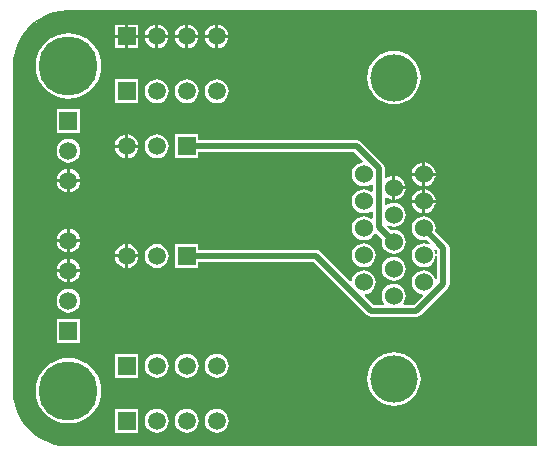
<source format=gbl>
%FSDAX24Y24*%
%MOIN*%
%SFA1B1*%

%IPPOS*%
%ADD14C,0.020000*%
%ADD15C,0.157500*%
%ADD16C,0.060000*%
%ADD17R,0.059100X0.059100*%
%ADD18C,0.059100*%
%ADD19R,0.059100X0.059100*%
%ADD20C,0.196900*%
%ADD21C,0.010000*%
%ADD23C,0.005000*%
%ADD34C,0.040000*%
%ADD35C,0.080000*%
%LNdistro_layout_top_buck-1*%
%LPD*%
G54D23*
X-000001Y012649D02*
X015570D01*
Y-001822*
X-000001*
X-000007Y-001822*
X-000237Y-001808*
X-000472Y-001761*
X-000698Y-001684*
X-000911Y-001579*
X-001110Y-001447*
X-001289Y-001289*
X-001447Y-001110*
X-001579Y-000911*
X-001684Y-000698*
X-001761Y-000472*
X-001808Y-000237*
X-001822Y-000007*
X-001822Y-000001*
Y010828*
X-001822Y010834*
X-001808Y011064*
X-001761Y011298*
X-001684Y011524*
X-001579Y011738*
X-001447Y011936*
X-001289Y012116*
X-001110Y012274*
X-000911Y012406*
X-000698Y012511*
X-000472Y012588*
X-000237Y012635*
X-000007Y012649*
X-000001Y012649*
G54D21*
X-000005Y012599D02*
X015520D01*
Y-001772*
X-000005*
X-000009Y-001772*
X-000231Y-001758*
X-000459Y-001713*
X-000679Y-001638*
X-000886Y-001535*
X-001080Y-001407*
X-001253Y-001253*
X-001407Y-001080*
X-001535Y-000886*
X-001638Y-000679*
X-001713Y-000459*
X-001758Y-000231*
X-001772Y-000009*
X-001772Y-000005*
Y010832*
X-001772Y010836*
X-001758Y011058*
X-001713Y011285*
X-001638Y011505*
X-001535Y011713*
X-001407Y011906*
X-001253Y012080*
X-001080Y012234*
X-000886Y012362*
X-000679Y012465*
X-000459Y012540*
X-000231Y012585*
X-000009Y012599*
X-000005Y012599*
G54D14*
X-000012Y012499D02*
X015420D01*
Y-001672*
X-000012*
X-000013Y-001672*
X-000218Y-001659*
X-000433Y-001616*
X-000640Y-001546*
X-000836Y-001449*
X-001019Y-001327*
X-001183Y-001183*
X-001327Y-001019*
X-001449Y-000836*
X-001546Y-000640*
X-001616Y-000433*
X-001659Y-000218*
X-001672Y-000013*
X-001672Y-000012*
Y010839*
X-001672Y010840*
X-001659Y011045*
X-001616Y011259*
X-001545Y011466*
X-001449Y011663*
X-001327Y011845*
X-001182Y012010*
X-001019Y012154*
X-000836Y012276*
X-000640Y012373*
X-000433Y012443*
X-000218Y012486*
X-000013Y012499*
X-000012Y012499*
G54D34*
X-000025Y012299D02*
X015220D01*
Y-001472*
X-000025*
X-000020Y-001471*
X-000192Y-001460*
X-000381Y-001422*
X-000563Y-001360*
X-000736Y-001275*
X-000897Y-001168*
X-001041Y-001041*
X-001168Y-000897*
X-001275Y-000736*
X-001360Y-000563*
X-001422Y-000381*
X-001460Y-000192*
X-001471Y-000020*
X-001472Y-000025*
Y010852*
X-001471Y010847*
X-001460Y011019*
X-001423Y011207*
X-001360Y011390*
X-001275Y011563*
X-001168Y011723*
X-001040Y011868*
X-000897Y011995*
X-000736Y012102*
X-000563Y012187*
X-000381Y012249*
X-000192Y012287*
X-000020Y012298*
X-000025Y012299*
G54D35*
X005860Y011899D02*
X014820D01*
Y-001071*
X005860*
X003988Y-001327*
X-000140Y-001062*
X-000278Y-001035*
X-000409Y-000990*
X-000536Y-000928*
X-000652Y-000850*
X-000757Y-000757*
X-000850Y-000652*
X-000928Y-000536*
X-000990Y-000409*
X-001035Y-000278*
X-001062Y-000140*
X-001327Y003988*
X-001072Y005860*
Y004966*
X-001327Y006837*
X-001062Y010967*
X-001035Y011103*
X-000990Y011236*
X-000928Y011363*
X-000850Y011479*
X-000757Y011585*
X-000652Y011677*
X-000536Y011755*
X-000409Y011817*
X-000278Y011862*
X-000140Y011889*
X003988Y012154*
X005860Y011899*
X-000520Y-000920D02*
X014820D01*
X-000920Y-000120D02*
X014820D01*
X-000920Y000680D02*
X014820D01*
X-001120Y001480D02*
X014820D01*
X-001120Y002280D02*
X014820D01*
X-001120Y003080D02*
X014820D01*
X-001120Y003880D02*
X014820D01*
X-001120Y004680D02*
X014820D01*
X-001120Y005480D02*
X014820D01*
X-001120Y006280D02*
X014820D01*
X-001120Y007080D02*
X014820D01*
X-001120Y007880D02*
X014820D01*
X-001120Y008680D02*
X014820D01*
X-001120Y009480D02*
X014820D01*
X-000920Y010280D02*
X014820D01*
X-000920Y011080D02*
X014820D01*
X-000120Y011880D02*
X014820D01*
%LNdistro_layout_top_buck-2*%
%LPC*%
G36*
X-000050Y004950D02*
X-000392D01*
X-000385Y004897*
X-000345Y004801*
X-000282Y004718*
X-000199Y004655*
X-000103Y004615*
X-000050Y004608*
Y004950*
G37*
G36*
X001987Y004883D02*
Y004540D01*
X002329*
X002322Y004594*
X002282Y004690*
X002219Y004772*
X002136Y004836*
X002040Y004876*
X001987Y004883*
G37*
G36*
X011843Y005817D02*
X011738Y005803D01*
X011641Y005763*
X011557Y005699*
X011493Y005615*
X011453Y005518*
X011439Y005413*
X011453Y005309*
X011493Y005212*
X011557Y005128*
X011641Y005064*
X011738Y005024*
X011843Y005010*
X011944Y005023*
X012055Y004912*
X012027Y004870*
X011947Y004903*
X011843Y004917*
X011738Y004903*
X011641Y004863*
X011557Y004799*
X011493Y004715*
X011453Y004618*
X011439Y004513*
X011453Y004409*
X011493Y004312*
X011557Y004228*
X011641Y004164*
X011738Y004124*
X011843Y004110*
X011947Y004124*
X012044Y004164*
X012128Y004228*
X012192Y004312*
X012232Y004409*
X012246Y004513*
X012232Y004618*
X012199Y004698*
X012242Y004726*
X012296Y004671*
Y003696*
X012286Y003689*
X012233Y003712*
X012232Y003718*
X012192Y003815*
X012128Y003899*
X012044Y003963*
X011947Y004003*
X011843Y004017*
X011738Y004003*
X011641Y003963*
X011557Y003899*
X011493Y003815*
X011453Y003718*
X011439Y003613*
X011453Y003509*
X011493Y003412*
X011557Y003328*
X011641Y003264*
X011738Y003224*
X011794Y003216*
X011811Y003164*
X011515Y002867*
X011183*
X011158Y002917*
X011192Y002962*
X011232Y003059*
X011246Y003163*
X011232Y003268*
X011192Y003365*
X011128Y003449*
X011044Y003513*
X010947Y003553*
X010843Y003567*
X010738Y003553*
X010641Y003513*
X010557Y003449*
X010493Y003365*
X010453Y003268*
X010439Y003163*
X010453Y003059*
X010493Y002962*
X010527Y002917*
X010503Y002867*
X010170*
X009874Y003164*
X009892Y003216*
X009947Y003224*
X010044Y003264*
X010128Y003328*
X010192Y003412*
X010232Y003509*
X010246Y003613*
X010232Y003718*
X010192Y003815*
X010128Y003899*
X010044Y003963*
X009947Y004003*
X009843Y004017*
X009738Y004003*
X009641Y003963*
X009557Y003899*
X009493Y003815*
X009453Y003718*
X009446Y003662*
X009393Y003644*
X008403Y004635*
X008336Y004679*
X008258Y004694*
X004332*
Y004886*
X003542*
Y004095*
X004332*
Y004287*
X008174*
X009941Y002519*
X010007Y002475*
X010085Y002459*
X011600*
X011678Y002475*
X011744Y002519*
X012644Y003420*
X012688Y003486*
X012704Y003564*
Y004756*
X012688Y004834*
X012644Y004900*
X012233Y005312*
X012246Y005413*
X012232Y005518*
X012192Y005615*
X012128Y005699*
X012044Y005763*
X011947Y005803*
X011843Y005817*
G37*
G36*
X000392Y004950D02*
X000050D01*
Y004608*
X000103Y004615*
X000199Y004655*
X000282Y004718*
X000345Y004801*
X000385Y004897*
X000392Y004950*
G37*
G36*
X002329Y004440D02*
X001987D01*
Y004098*
X002040Y004105*
X002136Y004145*
X002219Y004209*
X002282Y004291*
X002322Y004387*
X002329Y004440*
G37*
G36*
X001887D02*
X001545D01*
X001552Y004387*
X001592Y004291*
X001655Y004209*
X001738Y004145*
X001834Y004105*
X001887Y004098*
Y004440*
G37*
G36*
Y004883D02*
X001834Y004876D01*
X001738Y004836*
X001655Y004772*
X001592Y004690*
X001552Y004594*
X001545Y004540*
X001887*
Y004883*
G37*
G36*
X009843Y004917D02*
X009738Y004903D01*
X009641Y004863*
X009557Y004799*
X009493Y004715*
X009453Y004618*
X009439Y004513*
X009453Y004409*
X009493Y004312*
X009557Y004228*
X009641Y004164*
X009738Y004124*
X009843Y004110*
X009947Y004124*
X010044Y004164*
X010128Y004228*
X010192Y004312*
X010232Y004409*
X010246Y004513*
X010232Y004618*
X010192Y004715*
X010128Y004799*
X010044Y004863*
X009947Y004903*
X009843Y004917*
G37*
G36*
X-000050Y005392D02*
X-000103Y005385D01*
X-000199Y005345*
X-000282Y005282*
X-000345Y005199*
X-000385Y005103*
X-000392Y005050*
X-000050*
Y005392*
G37*
G36*
X011239Y006713D02*
X010893D01*
Y006367*
X010947Y006374*
X011044Y006414*
X011128Y006478*
X011192Y006562*
X011232Y006659*
X011239Y006713*
G37*
G36*
X011893Y006710D02*
Y006363D01*
X012239*
X012232Y006418*
X012192Y006515*
X012128Y006599*
X012044Y006663*
X011947Y006703*
X011893Y006710*
G37*
G36*
X000392Y006950D02*
X000050D01*
Y006608*
X000103Y006615*
X000199Y006655*
X000282Y006718*
X000345Y006801*
X000385Y006897*
X000392Y006950*
G37*
G36*
X-000050D02*
X-000392D01*
X-000385Y006897*
X-000345Y006801*
X-000282Y006718*
X-000199Y006655*
X-000103Y006615*
X-000050Y006608*
Y006950*
G37*
G36*
X011793Y006263D02*
X011446D01*
X011453Y006209*
X011493Y006112*
X011557Y006028*
X011641Y005964*
X011738Y005924*
X011793Y005917*
Y006263*
G37*
G36*
X000050Y005392D02*
Y005050D01*
X000392*
X000385Y005103*
X000345Y005199*
X000282Y005282*
X000199Y005345*
X000103Y005385*
X000050Y005392*
G37*
G36*
X011793Y006710D02*
X011738Y006703D01*
X011641Y006663*
X011557Y006599*
X011493Y006515*
X011453Y006418*
X011446Y006363*
X011793*
Y006710*
G37*
G36*
X012239Y006263D02*
X011893D01*
Y005917*
X011947Y005924*
X012044Y005964*
X012128Y006028*
X012192Y006112*
X012232Y006209*
X012239Y006263*
G37*
G36*
X002937Y004889D02*
X002834Y004876D01*
X002738Y004836*
X002655Y004772*
X002592Y004690*
X002552Y004594*
X002538Y004490*
X002552Y004387*
X002592Y004291*
X002655Y004209*
X002738Y004145*
X002834Y004105*
X002937Y004092*
X003040Y004105*
X003136Y004145*
X003219Y004209*
X003282Y004291*
X003322Y004387*
X003336Y004490*
X003322Y004594*
X003282Y004690*
X003219Y004772*
X003136Y004836*
X003040Y004876*
X002937Y004889*
G37*
G36*
X010843Y001283D02*
X010669Y001266D01*
X010501Y001216*
X010347Y001133*
X010212Y001022*
X010101Y000887*
X010019Y000733*
X009968Y000566*
X009951Y000392*
X009968Y000218*
X010019Y000050*
X010101Y-000104*
X010212Y-000239*
X010347Y-000350*
X010501Y-000432*
X010669Y-000483*
X010843Y-000500*
X011016Y-000483*
X011184Y-000432*
X011338Y-000350*
X011473Y-000239*
X011584Y-000104*
X011666Y000050*
X011717Y000218*
X011734Y000392*
X011717Y000566*
X011666Y000733*
X011584Y000887*
X011473Y001022*
X011338Y001133*
X011184Y001216*
X011016Y001266*
X010843Y001283*
G37*
G36*
X000000Y001088D02*
X-000170Y001074D01*
X-000336Y001034*
X-000494Y000969*
X-000639Y000880*
X-000769Y000769*
X-000880Y000639*
X-000969Y000494*
X-001034Y000336*
X-001074Y000170*
X-001088Y000000*
X-001074Y-000170*
X-001034Y-000336*
X-000969Y-000494*
X-000880Y-000639*
X-000769Y-000769*
X-000639Y-000880*
X-000494Y-000969*
X-000336Y-001034*
X-000170Y-001074*
X000000Y-001088*
X000170Y-001074*
X000336Y-001034*
X000494Y-000969*
X000639Y-000880*
X000769Y-000769*
X000880Y-000639*
X000969Y-000494*
X001034Y-000336*
X001074Y-000170*
X001088Y000000*
X001074Y000170*
X001034Y000336*
X000969Y000494*
X000880Y000639*
X000769Y000769*
X000639Y000880*
X000494Y000969*
X000336Y001034*
X000170Y001074*
X000000Y001088*
G37*
G36*
X003937Y001229D02*
X003834Y001215D01*
X003738Y001175*
X003655Y001112*
X003592Y001029*
X003552Y000933*
X003538Y000830*
X003552Y000727*
X003592Y000631*
X003655Y000548*
X003738Y000485*
X003834Y000445*
X003937Y000431*
X004040Y000445*
X004136Y000485*
X004219Y000548*
X004282Y000631*
X004322Y000727*
X004336Y000830*
X004322Y000933*
X004282Y001029*
X004219Y001112*
X004136Y001175*
X004040Y001215*
X003937Y001229*
G37*
G36*
X002937D02*
X002834Y001215D01*
X002738Y001175*
X002655Y001112*
X002592Y001029*
X002552Y000933*
X002538Y000830*
X002552Y000727*
X002592Y000631*
X002655Y000548*
X002738Y000485*
X002834Y000445*
X002937Y000431*
X003040Y000445*
X003136Y000485*
X003219Y000548*
X003282Y000631*
X003322Y000727*
X003336Y000830*
X003322Y000933*
X003282Y001029*
X003219Y001112*
X003136Y001175*
X003040Y001215*
X002937Y001229*
G37*
G36*
X003937Y-000601D02*
X003834Y-000615D01*
X003738Y-000655*
X003655Y-000718*
X003592Y-000801*
X003552Y-000897*
X003538Y-001000*
X003552Y-001103*
X003592Y-001199*
X003655Y-001282*
X003738Y-001345*
X003834Y-001385*
X003937Y-001399*
X004040Y-001385*
X004136Y-001345*
X004219Y-001282*
X004282Y-001199*
X004322Y-001103*
X004336Y-001000*
X004322Y-000897*
X004282Y-000801*
X004219Y-000718*
X004136Y-000655*
X004040Y-000615*
X003937Y-000601*
G37*
G36*
X002937D02*
X002834Y-000615D01*
X002738Y-000655*
X002655Y-000718*
X002592Y-000801*
X002552Y-000897*
X002538Y-001000*
X002552Y-001103*
X002592Y-001199*
X002655Y-001282*
X002738Y-001345*
X002834Y-001385*
X002937Y-001399*
X003040Y-001385*
X003136Y-001345*
X003219Y-001282*
X003282Y-001199*
X003322Y-001103*
X003336Y-001000*
X003322Y-000897*
X003282Y-000801*
X003219Y-000718*
X003136Y-000655*
X003040Y-000615*
X002937Y-000601*
G37*
G36*
X002332Y-000605D02*
X001542D01*
Y-001395*
X002332*
Y-000605*
G37*
G36*
X004937Y-000601D02*
X004834Y-000615D01*
X004738Y-000655*
X004655Y-000718*
X004592Y-000801*
X004552Y-000897*
X004538Y-001000*
X004552Y-001103*
X004592Y-001199*
X004655Y-001282*
X004738Y-001345*
X004834Y-001385*
X004937Y-001399*
X005040Y-001385*
X005136Y-001345*
X005219Y-001282*
X005282Y-001199*
X005322Y-001103*
X005336Y-001000*
X005322Y-000897*
X005282Y-000801*
X005219Y-000718*
X005136Y-000655*
X005040Y-000615*
X004937Y-000601*
G37*
G36*
Y001229D02*
X004834Y001215D01*
X004738Y001175*
X004655Y001112*
X004592Y001029*
X004552Y000933*
X004538Y000830*
X004552Y000727*
X004592Y000631*
X004655Y000548*
X004738Y000485*
X004834Y000445*
X004937Y000431*
X005040Y000445*
X005136Y000485*
X005219Y000548*
X005282Y000631*
X005322Y000727*
X005336Y000830*
X005322Y000933*
X005282Y001029*
X005219Y001112*
X005136Y001175*
X005040Y001215*
X004937Y001229*
G37*
G36*
X010843Y004467D02*
X010738Y004453D01*
X010641Y004413*
X010557Y004349*
X010493Y004265*
X010453Y004168*
X010439Y004063*
X010453Y003959*
X010493Y003862*
X010557Y003778*
X010641Y003714*
X010738Y003674*
X010843Y003660*
X010947Y003674*
X011044Y003714*
X011128Y003778*
X011192Y003862*
X011232Y003959*
X011246Y004063*
X011232Y004168*
X011192Y004265*
X011128Y004349*
X011044Y004413*
X010947Y004453*
X010843Y004467*
G37*
G36*
X000392Y003950D02*
X000050D01*
Y003608*
X000103Y003615*
X000199Y003655*
X000282Y003718*
X000345Y003801*
X000385Y003897*
X000392Y003950*
G37*
G36*
X000050Y004392D02*
Y004050D01*
X000392*
X000385Y004103*
X000345Y004199*
X000282Y004282*
X000199Y004345*
X000103Y004385*
X000050Y004392*
G37*
G36*
X-000050D02*
X-000103Y004385D01*
X-000199Y004345*
X-000282Y004282*
X-000345Y004199*
X-000385Y004103*
X-000392Y004050*
X-000050*
Y004392*
G37*
G36*
X000395Y002395D02*
X-000395D01*
Y001605*
X000395*
Y002395*
G37*
G36*
X002332Y001225D02*
X001542D01*
Y000435*
X002332*
Y001225*
G37*
G36*
X-000050Y003950D02*
X-000392D01*
X-000385Y003897*
X-000345Y003801*
X-000282Y003718*
X-000199Y003655*
X-000103Y003615*
X-000050Y003608*
Y003950*
G37*
G36*
X000000Y003399D02*
X-000103Y003385D01*
X-000199Y003345*
X-000282Y003282*
X-000345Y003199*
X-000385Y003103*
X-000399Y003000*
X-000385Y002897*
X-000345Y002801*
X-000282Y002718*
X-000199Y002655*
X-000103Y002615*
X000000Y002601*
X000103Y002615*
X000199Y002655*
X000282Y002718*
X000345Y002801*
X000385Y002897*
X000399Y003000*
X000385Y003103*
X000345Y003199*
X000282Y003282*
X000199Y003345*
X000103Y003385*
X000000Y003399*
G37*
G36*
X004332Y008546D02*
X003542D01*
Y007755*
X004332*
Y007947*
X009528*
X009811Y007663*
X009794Y007610*
X009738Y007603*
X009641Y007563*
X009557Y007499*
X009493Y007415*
X009453Y007318*
X009439Y007213*
X009453Y007109*
X009493Y007012*
X009557Y006928*
X009641Y006864*
X009738Y006824*
X009843Y006810*
X009947Y006824*
X010044Y006864*
X010089Y006898*
X010139Y006873*
Y006653*
X010089Y006629*
X010044Y006663*
X009947Y006703*
X009843Y006717*
X009738Y006703*
X009641Y006663*
X009557Y006599*
X009493Y006515*
X009453Y006418*
X009439Y006313*
X009453Y006209*
X009493Y006112*
X009557Y006028*
X009641Y005964*
X009738Y005924*
X009843Y005910*
X009947Y005924*
X010044Y005964*
X010089Y005998*
X010139Y005973*
Y005753*
X010089Y005729*
X010044Y005763*
X009947Y005803*
X009843Y005817*
X009738Y005803*
X009641Y005763*
X009557Y005699*
X009493Y005615*
X009453Y005518*
X009439Y005413*
X009453Y005309*
X009493Y005212*
X009557Y005128*
X009641Y005064*
X009738Y005024*
X009843Y005010*
X009947Y005024*
X010044Y005064*
X010128Y005128*
X010192Y005212*
X010208Y005251*
X010257Y005260*
X010452Y005065*
X010439Y004963*
X010453Y004859*
X010493Y004762*
X010557Y004678*
X010641Y004614*
X010738Y004574*
X010843Y004560*
X010947Y004574*
X011044Y004614*
X011128Y004678*
X011192Y004762*
X011232Y004859*
X011246Y004963*
X011232Y005068*
X011192Y005165*
X011128Y005249*
X011044Y005313*
X010947Y005353*
X010843Y005367*
X010741Y005353*
X010630Y005464*
X010658Y005507*
X010738Y005474*
X010843Y005460*
X010947Y005474*
X011044Y005514*
X011128Y005578*
X011192Y005662*
X011232Y005759*
X011246Y005863*
X011232Y005968*
X011192Y006065*
X011128Y006149*
X011044Y006213*
X010947Y006253*
X010843Y006267*
X010738Y006253*
X010641Y006213*
X010596Y006179*
X010546Y006203*
Y006423*
X010596Y006448*
X010641Y006414*
X010738Y006374*
X010793Y006367*
Y006763*
Y007160*
X010738Y007153*
X010641Y007113*
X010596Y007079*
X010546Y007103*
Y007420*
X010531Y007499*
X010487Y007565*
X009756Y008295*
X009690Y008339*
X009612Y008355*
X004332*
Y008546*
G37*
G36*
X003887Y011761D02*
X003545D01*
X003552Y011708*
X003592Y011612*
X003655Y011529*
X003738Y011466*
X003834Y011426*
X003887Y011419*
Y011761*
G37*
G36*
X003329D02*
X002987D01*
Y011419*
X003040Y011426*
X003136Y011466*
X003219Y011529*
X003282Y011612*
X003322Y011708*
X003329Y011761*
G37*
G36*
X004887D02*
X004545D01*
X004552Y011708*
X004592Y011612*
X004655Y011529*
X004738Y011466*
X004834Y011426*
X004887Y011419*
Y011761*
G37*
G36*
X004329D02*
X003987D01*
Y011419*
X004040Y011426*
X004136Y011466*
X004219Y011529*
X004282Y011612*
X004322Y011708*
X004329Y011761*
G37*
G36*
X002887D02*
X002545D01*
X002552Y011708*
X002592Y011612*
X002655Y011529*
X002738Y011466*
X002834Y011426*
X002887Y011419*
Y011761*
G37*
G36*
X000000Y011914D02*
X-000170Y011901D01*
X-000336Y011861*
X-000494Y011796*
X-000639Y011707*
X-000769Y011596*
X-000880Y011466*
X-000969Y011321*
X-001034Y011163*
X-001074Y010997*
X-001088Y010827*
X-001074Y010657*
X-001034Y010491*
X-000969Y010333*
X-000880Y010187*
X-000769Y010058*
X-000639Y009947*
X-000494Y009858*
X-000336Y009792*
X-000170Y009753*
X000000Y009739*
X000170Y009753*
X000336Y009792*
X000494Y009858*
X000639Y009947*
X000769Y010058*
X000880Y010187*
X000969Y010333*
X001034Y010491*
X001074Y010657*
X001088Y010827*
X001074Y010997*
X001034Y011163*
X000969Y011321*
X000880Y011466*
X000769Y011596*
X000639Y011707*
X000494Y011796*
X000336Y011861*
X000170Y011901*
X000000Y011914*
G37*
G36*
X002332Y010376D02*
X001542D01*
Y009586*
X002332*
Y010376*
G37*
G36*
Y011761D02*
X001987D01*
Y011416*
X002332*
Y011761*
G37*
G36*
X001887D02*
X001542D01*
Y011416*
X001887*
Y011761*
G37*
G36*
X003987Y012203D02*
Y011861D01*
X004329*
X004322Y011914*
X004282Y012010*
X004219Y012093*
X004136Y012156*
X004040Y012196*
X003987Y012203*
G37*
G36*
X003887D02*
X003834Y012196D01*
X003738Y012156*
X003655Y012093*
X003592Y012010*
X003552Y011914*
X003545Y011861*
X003887*
Y012203*
G37*
G36*
X004987D02*
Y011861D01*
X005329*
X005322Y011914*
X005282Y012010*
X005219Y012093*
X005136Y012156*
X005040Y012196*
X004987Y012203*
G37*
G36*
X004887D02*
X004834Y012196D01*
X004738Y012156*
X004655Y012093*
X004592Y012010*
X004552Y011914*
X004545Y011861*
X004887*
Y012203*
G37*
G36*
X002987D02*
Y011861D01*
X003329*
X003322Y011914*
X003282Y012010*
X003219Y012093*
X003136Y012156*
X003040Y012196*
X002987Y012203*
G37*
G36*
X001887Y012206D02*
X001542D01*
Y011861*
X001887*
Y012206*
G37*
G36*
X005329Y011761D02*
X004987D01*
Y011419*
X005040Y011426*
X005136Y011466*
X005219Y011529*
X005282Y011612*
X005322Y011708*
X005329Y011761*
G37*
G36*
X002887Y012203D02*
X002834Y012196D01*
X002738Y012156*
X002655Y012093*
X002592Y012010*
X002552Y011914*
X002545Y011861*
X002887*
Y012203*
G37*
G36*
X002332Y012206D02*
X001987D01*
Y011861*
X002332*
Y012206*
G37*
G36*
X011893Y007610D02*
Y007263D01*
X012239*
X012232Y007318*
X012192Y007415*
X012128Y007499*
X012044Y007563*
X011947Y007603*
X011893Y007610*
G37*
G36*
X011793D02*
X011738Y007603D01*
X011641Y007563*
X011557Y007499*
X011493Y007415*
X011453Y007318*
X011446Y007263*
X011793*
Y007610*
G37*
G36*
X002937Y008549D02*
X002834Y008536D01*
X002738Y008496*
X002655Y008433*
X002592Y008350*
X002552Y008254*
X002538Y008151*
X002552Y008048*
X002592Y007951*
X002655Y007869*
X002738Y007805*
X002834Y007766*
X002937Y007752*
X003040Y007766*
X003136Y007805*
X003219Y007869*
X003282Y007951*
X003322Y008048*
X003336Y008151*
X003322Y008254*
X003282Y008350*
X003219Y008433*
X003136Y008496*
X003040Y008536*
X002937Y008549*
G37*
G36*
X000000Y008399D02*
X-000103Y008385D01*
X-000199Y008345*
X-000282Y008282*
X-000345Y008199*
X-000385Y008103*
X-000399Y008000*
X-000385Y007897*
X-000345Y007801*
X-000282Y007718*
X-000199Y007655*
X-000103Y007615*
X000000Y007601*
X000103Y007615*
X000199Y007655*
X000282Y007718*
X000345Y007801*
X000385Y007897*
X000399Y008000*
X000385Y008103*
X000345Y008199*
X000282Y008282*
X000199Y008345*
X000103Y008385*
X000000Y008399*
G37*
G36*
X000050Y007392D02*
Y007050D01*
X000392*
X000385Y007103*
X000345Y007199*
X000282Y007282*
X000199Y007345*
X000103Y007385*
X000050Y007392*
G37*
G36*
X011793Y007163D02*
X011446D01*
X011453Y007109*
X011493Y007012*
X011557Y006928*
X011641Y006864*
X011738Y006824*
X011793Y006817*
Y007163*
G37*
G36*
X010893Y007160D02*
Y006813D01*
X011239*
X011232Y006868*
X011192Y006965*
X011128Y007049*
X011044Y007113*
X010947Y007153*
X010893Y007160*
G37*
G36*
X-000050Y007392D02*
X-000103Y007385D01*
X-000199Y007345*
X-000282Y007282*
X-000345Y007199*
X-000385Y007103*
X-000392Y007050*
X-000050*
Y007392*
G37*
G36*
X012239Y007163D02*
X011893D01*
Y006817*
X011947Y006824*
X012044Y006864*
X012128Y006928*
X012192Y007012*
X012232Y007109*
X012239Y007163*
G37*
G36*
X002937Y010380D02*
X002834Y010366D01*
X002738Y010326*
X002655Y010263*
X002592Y010180*
X002552Y010084*
X002538Y009981*
X002552Y009878*
X002592Y009782*
X002655Y009699*
X002738Y009636*
X002834Y009596*
X002937Y009582*
X003040Y009596*
X003136Y009636*
X003219Y009699*
X003282Y009782*
X003322Y009878*
X003336Y009981*
X003322Y010084*
X003282Y010180*
X003219Y010263*
X003136Y010326*
X003040Y010366*
X002937Y010380*
G37*
G36*
X010843Y011327D02*
X010669Y011310D01*
X010501Y011259*
X010347Y011176*
X010212Y011066*
X010101Y010930*
X010019Y010776*
X009968Y010609*
X009951Y010435*
X009968Y010261*
X010019Y010094*
X010101Y009940*
X010212Y009805*
X010347Y009694*
X010501Y009611*
X010669Y009560*
X010843Y009543*
X011016Y009560*
X011184Y009611*
X011338Y009694*
X011473Y009805*
X011584Y009940*
X011666Y010094*
X011717Y010261*
X011734Y010435*
X011717Y010609*
X011666Y010776*
X011584Y010930*
X011473Y011066*
X011338Y011176*
X011184Y011259*
X011016Y011310*
X010843Y011327*
G37*
G36*
X004937Y010380D02*
X004834Y010366D01*
X004738Y010326*
X004655Y010263*
X004592Y010180*
X004552Y010084*
X004538Y009981*
X004552Y009878*
X004592Y009782*
X004655Y009699*
X004738Y009636*
X004834Y009596*
X004937Y009582*
X005040Y009596*
X005136Y009636*
X005219Y009699*
X005282Y009782*
X005322Y009878*
X005336Y009981*
X005322Y010084*
X005282Y010180*
X005219Y010263*
X005136Y010326*
X005040Y010366*
X004937Y010380*
G37*
G36*
X003937D02*
X003834Y010366D01*
X003738Y010326*
X003655Y010263*
X003592Y010180*
X003552Y010084*
X003538Y009981*
X003552Y009878*
X003592Y009782*
X003655Y009699*
X003738Y009636*
X003834Y009596*
X003937Y009582*
X004040Y009596*
X004136Y009636*
X004219Y009699*
X004282Y009782*
X004322Y009878*
X004336Y009981*
X004322Y010084*
X004282Y010180*
X004219Y010263*
X004136Y010326*
X004040Y010366*
X003937Y010380*
G37*
G36*
X000395Y009395D02*
X-000395D01*
Y008605*
X000395*
Y009395*
G37*
G36*
X002329Y008101D02*
X001987D01*
Y007759*
X002040Y007766*
X002136Y007805*
X002219Y007869*
X002282Y007951*
X002322Y008048*
X002329Y008101*
G37*
G36*
X001887D02*
X001545D01*
X001552Y008048*
X001592Y007951*
X001655Y007869*
X001738Y007805*
X001834Y007766*
X001887Y007759*
Y008101*
G37*
G36*
X001987Y008543D02*
Y008201D01*
X002329*
X002322Y008254*
X002282Y008350*
X002219Y008433*
X002136Y008496*
X002040Y008536*
X001987Y008543*
G37*
G36*
X001887D02*
X001834Y008536D01*
X001738Y008496*
X001655Y008433*
X001592Y008350*
X001552Y008254*
X001545Y008201*
X001887*
Y008543*
G37*
%LNdistro_layout_top_buck-3*%
%LPD*%
G54D14*
X010343Y005463D02*
X010843Y004963D01*
X010343Y005463D02*
Y007420D01*
X009612Y008151D02*
X010343Y007420D01*
X003937Y008151D02*
X009612D01*
X011843Y005413D02*
X012500Y004756D01*
Y003564D02*
Y004756D01*
X011600Y002663D02*
X012500Y003564D01*
X010085Y002663D02*
X011600D01*
X008258Y004490D02*
X010085Y002663D01*
X003937Y004490D02*
X008258D01*
G54D15*
X010843Y000392D03*
Y010435D03*
G54D16*
X009843Y003613D03*
Y005413D03*
Y004513D03*
Y006313D03*
Y007213D03*
X010843Y006763D03*
Y005863D03*
Y004063D03*
Y004963D03*
Y003163D03*
X011843Y007213D03*
Y006313D03*
Y004513D03*
Y005413D03*
Y003613D03*
G54D17*
X001937Y011811D03*
Y009981D03*
X003937Y004490D03*
Y008151D03*
X001937Y-001000D03*
Y000830D03*
G54D18*
X002937Y011811D03*
X003937D03*
X004937D03*
X000000Y003000D03*
Y004000D03*
Y005000D03*
X002937Y009981D03*
X003937D03*
X004937D03*
X000000Y007000D03*
Y008000D03*
X001937Y004490D03*
X002937D03*
X001937Y008151D03*
X002937D03*
Y-001000D03*
X003937D03*
X004937D03*
X002937Y000830D03*
X003937D03*
X004937D03*
G54D19*
X000000Y002000D03*
Y009000D03*
G54D20*
X000000Y010827D03*
Y000000D03*
M02*
</source>
